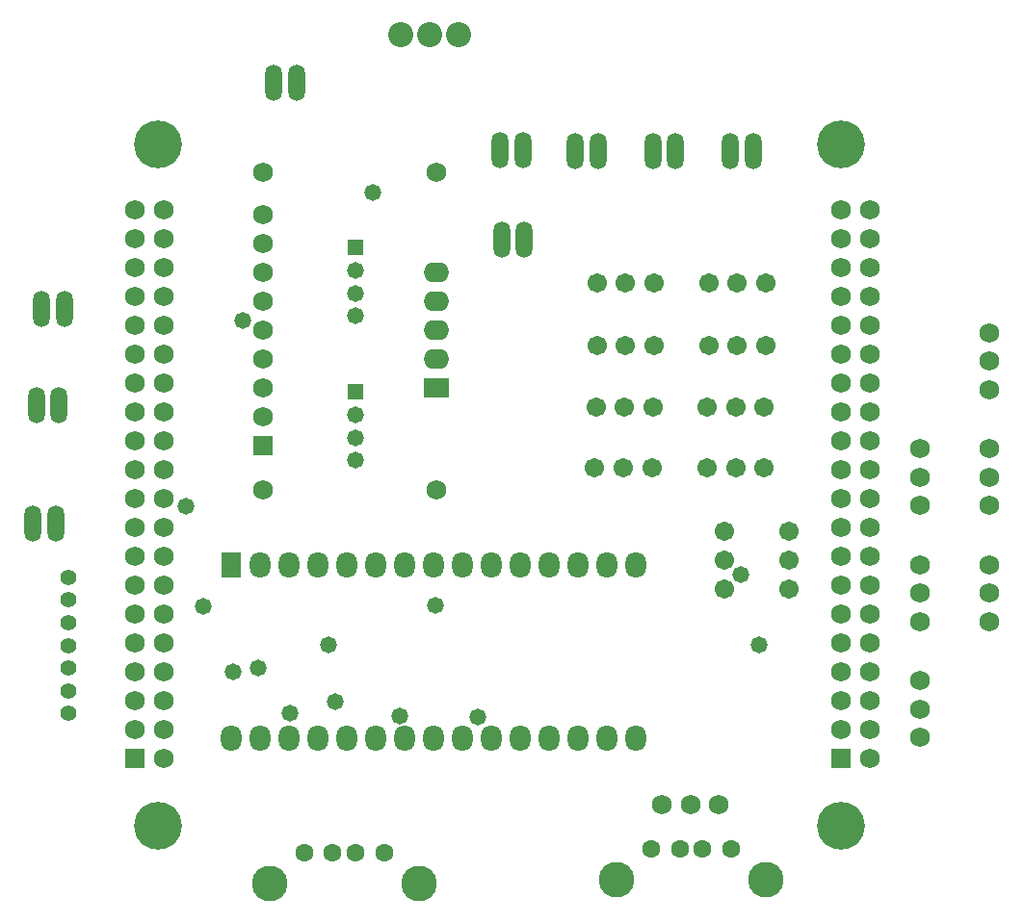
<source format=gbs>
G04 Layer_Color=8150272*
%FSLAX24Y24*%
%MOIN*%
G70*
G01*
G75*
%ADD798C,0.0867*%
%ADD799R,0.0580X0.0580*%
%ADD800C,0.0580*%
%ADD801C,0.1230*%
%ADD802C,0.0630*%
%ADD803O,0.0880X0.0680*%
%ADD804R,0.0880X0.0680*%
%ADD805C,0.0680*%
%ADD806R,0.0680X0.0680*%
%ADD807O,0.0710X0.0907*%
%ADD808R,0.0710X0.0907*%
%ADD809C,0.0690*%
%ADD810R,0.0690X0.0690*%
%ADD811C,0.1655*%
%ADD812O,0.0580X0.1261*%
%ADD813C,0.0671*%
%ADD814C,0.0552*%
D798*
X21201Y39232D02*
D03*
X20201D02*
D03*
X22201D02*
D03*
D799*
X18661Y31850D02*
D03*
Y26850D02*
D03*
D800*
Y31063D02*
D03*
Y30269D02*
D03*
Y29479D02*
D03*
Y24479D02*
D03*
Y25269D02*
D03*
Y26063D02*
D03*
X19240Y33750D02*
D03*
X22890Y15580D02*
D03*
X16370Y15720D02*
D03*
X32620Y18090D02*
D03*
X17720D02*
D03*
X12770Y22880D02*
D03*
X14760Y29330D02*
D03*
X31990Y20530D02*
D03*
X14400Y17160D02*
D03*
X21420Y19470D02*
D03*
X15280Y17280D02*
D03*
X13390Y19420D02*
D03*
X17940Y16139D02*
D03*
X20195Y15620D02*
D03*
D801*
X32850Y9951D02*
D03*
X27677D02*
D03*
X20843Y9833D02*
D03*
X15669D02*
D03*
D802*
X29870Y11018D02*
D03*
X28886D02*
D03*
X30657D02*
D03*
X31642D02*
D03*
X17862Y10900D02*
D03*
X16878D02*
D03*
X18650D02*
D03*
X19634D02*
D03*
D803*
X21449Y27991D02*
D03*
Y28991D02*
D03*
Y29991D02*
D03*
Y30991D02*
D03*
D804*
Y26991D02*
D03*
D805*
X15449Y32991D02*
D03*
Y25991D02*
D03*
Y26991D02*
D03*
Y27991D02*
D03*
Y28991D02*
D03*
Y29991D02*
D03*
Y30991D02*
D03*
Y31991D02*
D03*
X21449Y23441D02*
D03*
X15449D02*
D03*
X21449Y34441D02*
D03*
X15449D02*
D03*
X38189Y14882D02*
D03*
Y15866D02*
D03*
Y16850D02*
D03*
X40591Y18898D02*
D03*
Y19882D02*
D03*
Y20866D02*
D03*
X38189Y18898D02*
D03*
Y19882D02*
D03*
Y20866D02*
D03*
Y22913D02*
D03*
Y23898D02*
D03*
Y24882D02*
D03*
X40591Y22913D02*
D03*
Y23898D02*
D03*
Y24882D02*
D03*
Y26929D02*
D03*
Y27913D02*
D03*
Y28898D02*
D03*
X29252Y12559D02*
D03*
X30236D02*
D03*
X31220D02*
D03*
D806*
X15449Y24991D02*
D03*
D807*
X28346Y20866D02*
D03*
X27346D02*
D03*
X26346D02*
D03*
X28346Y14866D02*
D03*
X25346Y20866D02*
D03*
X24346D02*
D03*
X23346D02*
D03*
X22346D02*
D03*
X21346D02*
D03*
X20346D02*
D03*
X19346D02*
D03*
X18346D02*
D03*
X17346D02*
D03*
X16346D02*
D03*
X15346D02*
D03*
X14346Y14866D02*
D03*
X15346D02*
D03*
X16346D02*
D03*
X17346D02*
D03*
X18346D02*
D03*
X19346D02*
D03*
X20346D02*
D03*
X21346D02*
D03*
X22346D02*
D03*
X23346D02*
D03*
X24346D02*
D03*
X25346D02*
D03*
X26346D02*
D03*
X27346D02*
D03*
D808*
X14346Y20866D02*
D03*
D809*
X36433Y14173D02*
D03*
Y15173D02*
D03*
Y16173D02*
D03*
Y17173D02*
D03*
Y18173D02*
D03*
Y19173D02*
D03*
Y20173D02*
D03*
Y21173D02*
D03*
Y22173D02*
D03*
Y23173D02*
D03*
Y24173D02*
D03*
Y25173D02*
D03*
Y26173D02*
D03*
Y27173D02*
D03*
Y28173D02*
D03*
Y29173D02*
D03*
Y30173D02*
D03*
Y31173D02*
D03*
Y32173D02*
D03*
Y33173D02*
D03*
X35433Y15173D02*
D03*
Y16173D02*
D03*
Y17173D02*
D03*
Y18173D02*
D03*
Y19173D02*
D03*
Y20173D02*
D03*
Y21173D02*
D03*
Y22173D02*
D03*
Y23173D02*
D03*
Y24173D02*
D03*
Y25173D02*
D03*
Y26173D02*
D03*
Y27173D02*
D03*
Y28173D02*
D03*
Y29173D02*
D03*
Y30173D02*
D03*
Y31173D02*
D03*
Y32173D02*
D03*
Y33173D02*
D03*
X12024Y14173D02*
D03*
Y15173D02*
D03*
Y16173D02*
D03*
Y17173D02*
D03*
Y18173D02*
D03*
Y19173D02*
D03*
Y20173D02*
D03*
Y21173D02*
D03*
Y22173D02*
D03*
Y23173D02*
D03*
Y24173D02*
D03*
Y25173D02*
D03*
Y26173D02*
D03*
Y27173D02*
D03*
Y28173D02*
D03*
Y29173D02*
D03*
Y30173D02*
D03*
Y31173D02*
D03*
Y32173D02*
D03*
Y33173D02*
D03*
X11024Y15173D02*
D03*
Y16173D02*
D03*
Y17173D02*
D03*
Y18173D02*
D03*
Y19173D02*
D03*
Y20173D02*
D03*
Y21173D02*
D03*
Y22173D02*
D03*
Y23173D02*
D03*
Y24173D02*
D03*
Y25173D02*
D03*
Y26173D02*
D03*
Y27173D02*
D03*
Y28173D02*
D03*
Y29173D02*
D03*
Y30173D02*
D03*
Y31173D02*
D03*
Y32173D02*
D03*
Y33173D02*
D03*
D810*
X35433Y14173D02*
D03*
X11024D02*
D03*
D811*
X35433Y35433D02*
D03*
X11811Y11811D02*
D03*
X35433D02*
D03*
X11811Y35433D02*
D03*
D812*
X16614Y37559D02*
D03*
X15827D02*
D03*
X27047Y35197D02*
D03*
X26260D02*
D03*
X32402D02*
D03*
X31614D02*
D03*
X24488Y32126D02*
D03*
X23701D02*
D03*
X29724Y35197D02*
D03*
X28937D02*
D03*
X8386Y26378D02*
D03*
X7598D02*
D03*
X8268Y22283D02*
D03*
X7480D02*
D03*
X8583Y29724D02*
D03*
X7795D02*
D03*
X24449Y35236D02*
D03*
X23661D02*
D03*
D813*
X31417Y22008D02*
D03*
Y21024D02*
D03*
Y20039D02*
D03*
X33661Y22008D02*
D03*
Y21024D02*
D03*
Y20039D02*
D03*
X28898Y24213D02*
D03*
X27913D02*
D03*
X26929D02*
D03*
X32795D02*
D03*
X31811D02*
D03*
X30827D02*
D03*
X28937Y26339D02*
D03*
X27953D02*
D03*
X26969D02*
D03*
X32795D02*
D03*
X31811D02*
D03*
X30827D02*
D03*
X28976Y28465D02*
D03*
X27992D02*
D03*
X27008D02*
D03*
X32835D02*
D03*
X31850D02*
D03*
X30866D02*
D03*
X28976Y30630D02*
D03*
X27992D02*
D03*
X27008D02*
D03*
X32835D02*
D03*
X31850D02*
D03*
X30866D02*
D03*
D814*
X8701Y16496D02*
D03*
Y17283D02*
D03*
Y18071D02*
D03*
Y18858D02*
D03*
Y19646D02*
D03*
Y20433D02*
D03*
Y15709D02*
D03*
M02*

</source>
